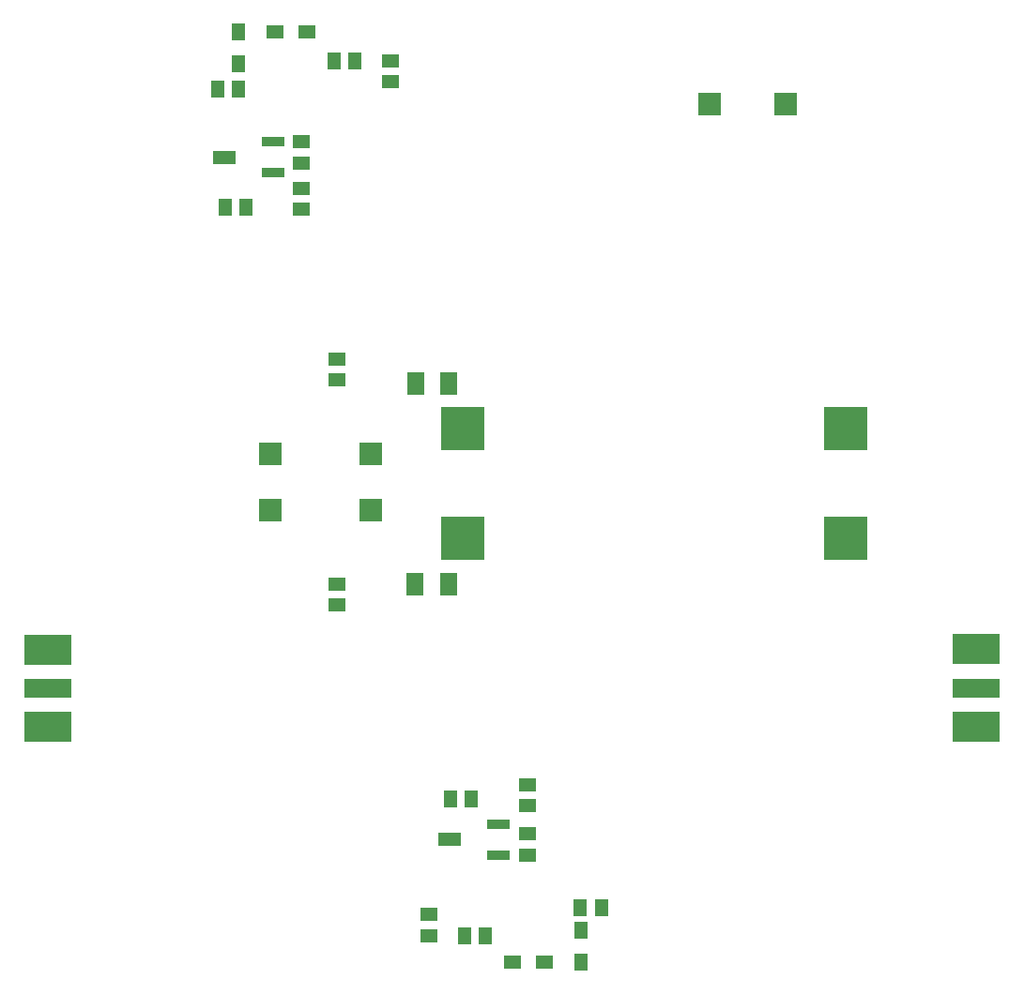
<source format=gbr>
G04 EAGLE Gerber RS-274X export*
G75*
%MOMM*%
%FSLAX34Y34*%
%LPD*%
%INSolderpaste Top*%
%IPPOS*%
%AMOC8*
5,1,8,0,0,1.08239X$1,22.5*%
G01*
%ADD10R,1.500000X1.300000*%
%ADD11R,1.300000X1.500000*%
%ADD12R,2.000000X0.900000*%
%ADD13R,2.000000X1.300000*%
%ADD14R,2.000000X2.000000*%
%ADD15R,4.000000X4.000000*%
%ADD16R,4.191000X1.778000*%
%ADD17R,4.191000X2.667000*%
%ADD18R,1.500000X2.000000*%
%ADD19R,1.500000X1.200000*%
%ADD20R,1.200000X1.500000*%


D10*
X365125Y83160D03*
X365125Y64160D03*
X282575Y584810D03*
X282575Y565810D03*
X282575Y362610D03*
X282575Y381610D03*
D11*
X200000Y721995D03*
X181000Y721995D03*
X403200Y187960D03*
X384200Y187960D03*
D12*
X224565Y753080D03*
D13*
X180565Y767080D03*
D12*
X224565Y781080D03*
D10*
X454025Y200635D03*
X454025Y181635D03*
D12*
X428083Y137130D03*
D13*
X384083Y151130D03*
D12*
X428083Y165130D03*
D11*
X174650Y828675D03*
X193650Y828675D03*
X279425Y854075D03*
X298425Y854075D03*
D10*
X250190Y720115D03*
X250190Y739115D03*
X250190Y762025D03*
X250190Y781025D03*
X454025Y156185D03*
X454025Y137185D03*
D11*
X415900Y64135D03*
X396900Y64135D03*
D14*
X618610Y814705D03*
X686910Y814705D03*
X222250Y499110D03*
X222250Y448310D03*
X313050Y499110D03*
X313050Y448310D03*
D15*
X395325Y521885D03*
X741325Y521885D03*
X741325Y422885D03*
X395325Y422885D03*
D16*
X21154Y287658D03*
D17*
X21154Y322604D03*
X21154Y252712D03*
D16*
X858846Y287973D03*
D17*
X858846Y253027D03*
X858846Y322919D03*
D18*
X382916Y562707D03*
X352916Y562707D03*
X352665Y381635D03*
X382665Y381635D03*
D10*
X330200Y835050D03*
X330200Y854050D03*
D11*
X520675Y89535D03*
X501675Y89535D03*
D19*
X226165Y880428D03*
X255165Y880428D03*
D20*
X193675Y851640D03*
X193675Y880640D03*
D19*
X469160Y40640D03*
X440160Y40640D03*
D20*
X501968Y69428D03*
X501968Y40428D03*
M02*

</source>
